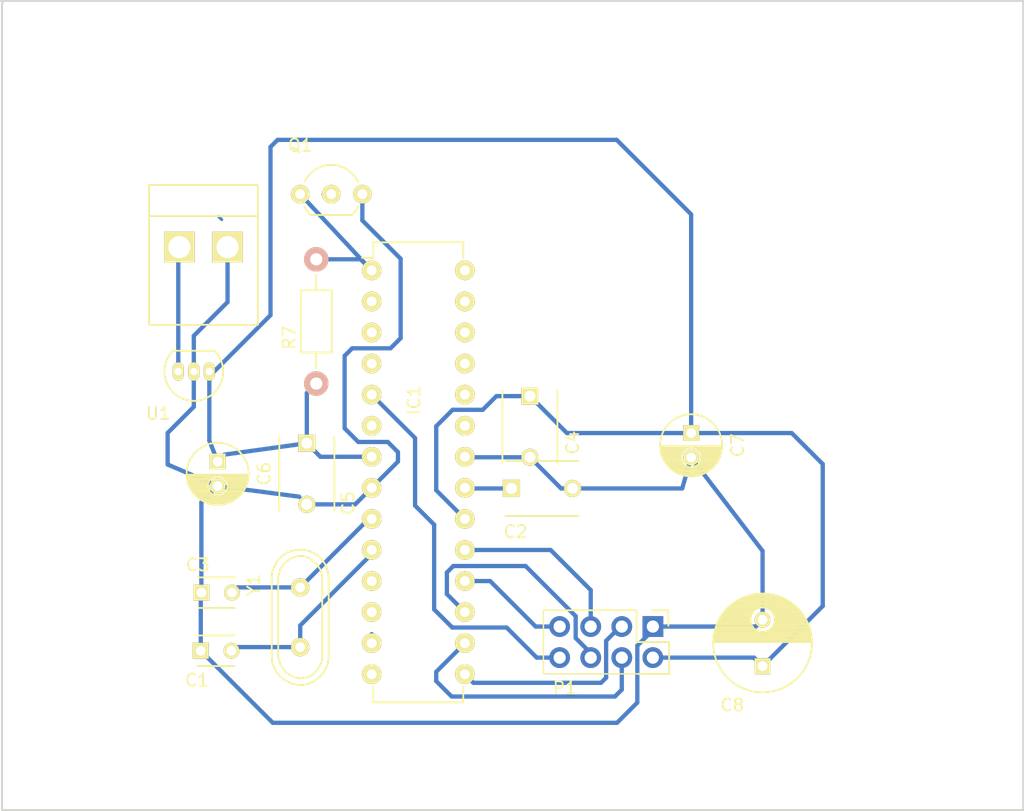
<source format=kicad_pcb>
(kicad_pcb (version 4) (host pcbnew 4.0.2+dfsg1-stable)

  (general
    (links 37)
    (no_connects 1)
    (area 84.644999 40.814999 168.365001 107.115001)
    (thickness 1.6)
    (drawings 5)
    (tracks 135)
    (zones 0)
    (modules 15)
    (nets 15)
  )

  (page A4)
  (layers
    (0 F.Cu signal)
    (31 B.Cu signal)
    (32 B.Adhes user)
    (33 F.Adhes user)
    (34 B.Paste user)
    (35 F.Paste user)
    (36 B.SilkS user)
    (37 F.SilkS user)
    (38 B.Mask user)
    (39 F.Mask user)
    (40 Dwgs.User user)
    (41 Cmts.User user)
    (42 Eco1.User user)
    (43 Eco2.User user)
    (44 Edge.Cuts user)
    (45 Margin user)
    (46 B.CrtYd user)
    (47 F.CrtYd user)
    (48 B.Fab user)
    (49 F.Fab user)
  )

  (setup
    (last_trace_width 0.25)
    (trace_clearance 0.2)
    (zone_clearance 0.508)
    (zone_45_only no)
    (trace_min 0.2)
    (segment_width 0.2)
    (edge_width 0.15)
    (via_size 0.6)
    (via_drill 0.4)
    (via_min_size 0.4)
    (via_min_drill 0.3)
    (uvia_size 0.3)
    (uvia_drill 0.1)
    (uvias_allowed no)
    (uvia_min_size 0.2)
    (uvia_min_drill 0.1)
    (pcb_text_width 0.3)
    (pcb_text_size 1.5 1.5)
    (mod_edge_width 0.15)
    (mod_text_size 1 1)
    (mod_text_width 0.15)
    (pad_size 2 2)
    (pad_drill 1)
    (pad_to_mask_clearance 0.2)
    (aux_axis_origin 0 0)
    (visible_elements FFFFFF7F)
    (pcbplotparams
      (layerselection 0x00030_80000001)
      (usegerberextensions false)
      (excludeedgelayer true)
      (linewidth 0.500000)
      (plotframeref false)
      (viasonmask false)
      (mode 1)
      (useauxorigin false)
      (hpglpennumber 1)
      (hpglpenspeed 20)
      (hpglpendiameter 15)
      (hpglpenoverlay 2)
      (psnegative false)
      (psa4output false)
      (plotreference true)
      (plotvalue true)
      (plotinvisibletext false)
      (padsonsilk false)
      (subtractmaskfromsilk false)
      (outputformat 1)
      (mirror false)
      (drillshape 0)
      (scaleselection 1)
      (outputdirectory ""))
  )

  (net 0 "")
  (net 1 +3V3)
  (net 2 RESET)
  (net 3 INT1)
  (net 4 CE)
  (net 5 CSN)
  (net 6 MOSI)
  (net 7 MISO)
  (net 8 SCK)
  (net 9 PD7)
  (net 10 "Net-(C2-Pad1)")
  (net 11 GND)
  (net 12 "Net-(P3-Pad2)")
  (net 13 XTAL2)
  (net 14 XTAL1)

  (net_class Default "This is the default net class."
    (clearance 0.2)
    (trace_width 0.25)
    (via_dia 0.6)
    (via_drill 0.4)
    (uvia_dia 0.3)
    (uvia_drill 0.1)
  )

  (net_class moje ""
    (clearance 0.2)
    (trace_width 0.35)
    (via_dia 0.6)
    (via_drill 0.4)
    (uvia_dia 0.3)
    (uvia_drill 0.1)
    (add_net +3V3)
    (add_net CE)
    (add_net CSN)
    (add_net GND)
    (add_net INT1)
    (add_net MISO)
    (add_net MOSI)
    (add_net "Net-(C2-Pad1)")
    (add_net "Net-(P3-Pad2)")
    (add_net PD7)
    (add_net RESET)
    (add_net SCK)
    (add_net XTAL1)
    (add_net XTAL2)
  )

  (module Capacitors_ThroughHole:C_Disc_D3_P2.5 (layer F.Cu) (tedit 5A51019B) (tstamp 5A4F7EFF)
    (at 101.06 94.02)
    (descr "Capacitor 3mm Disc, Pitch 2.5mm")
    (tags Capacitor)
    (path /5A4F6FEC)
    (fp_text reference C1 (at -0.31 2.4) (layer F.SilkS)
      (effects (font (size 1 1) (thickness 0.15)))
    )
    (fp_text value 22n (at 2.09 2.37) (layer F.Fab)
      (effects (font (size 1 1) (thickness 0.15)))
    )
    (fp_line (start -0.9 -1.5) (end 3.4 -1.5) (layer F.CrtYd) (width 0.05))
    (fp_line (start 3.4 -1.5) (end 3.4 1.5) (layer F.CrtYd) (width 0.05))
    (fp_line (start 3.4 1.5) (end -0.9 1.5) (layer F.CrtYd) (width 0.05))
    (fp_line (start -0.9 1.5) (end -0.9 -1.5) (layer F.CrtYd) (width 0.05))
    (fp_line (start -0.25 -1.25) (end 2.75 -1.25) (layer F.SilkS) (width 0.15))
    (fp_line (start 2.75 1.25) (end -0.25 1.25) (layer F.SilkS) (width 0.15))
    (pad 1 thru_hole rect (at 0 0) (size 1.3 1.3) (drill 0.8) (layers *.Cu *.Mask F.SilkS)
      (net 11 GND))
    (pad 2 thru_hole circle (at 2.5 0) (size 1.3 1.3) (drill 0.8001) (layers *.Cu *.Mask F.SilkS)
      (net 13 XTAL2))
    (model Capacitors_ThroughHole.3dshapes/C_Disc_D3_P2.5.wrl
      (at (xyz 0.0492126 0 0))
      (scale (xyz 1 1 1))
      (rotate (xyz 0 0 0))
    )
  )

  (module Capacitors_ThroughHole:C_Disc_D6_P5 (layer F.Cu) (tedit 5A501263) (tstamp 5A4F7F05)
    (at 126.46 80.75)
    (descr "Capacitor 6mm Disc, Pitch 5mm")
    (tags Capacitor)
    (path /5A4F7363)
    (fp_text reference C2 (at 0.33 3.54) (layer F.SilkS)
      (effects (font (size 1 1) (thickness 0.15)))
    )
    (fp_text value 100n (at 3.38 3.49) (layer F.Fab)
      (effects (font (size 1 1) (thickness 0.15)))
    )
    (fp_line (start -0.95 -2.5) (end 5.95 -2.5) (layer F.CrtYd) (width 0.05))
    (fp_line (start 5.95 -2.5) (end 5.95 2.5) (layer F.CrtYd) (width 0.05))
    (fp_line (start 5.95 2.5) (end -0.95 2.5) (layer F.CrtYd) (width 0.05))
    (fp_line (start -0.95 2.5) (end -0.95 -2.5) (layer F.CrtYd) (width 0.05))
    (fp_line (start -0.5 -2.25) (end 5.5 -2.25) (layer F.SilkS) (width 0.15))
    (fp_line (start 5.5 2.25) (end -0.5 2.25) (layer F.SilkS) (width 0.15))
    (pad 1 thru_hole rect (at 0 0) (size 1.4 1.4) (drill 0.9) (layers *.Cu *.Mask F.SilkS)
      (net 10 "Net-(C2-Pad1)"))
    (pad 2 thru_hole circle (at 5 0) (size 1.4 1.4) (drill 0.9) (layers *.Cu *.Mask F.SilkS)
      (net 11 GND))
    (model Capacitors_ThroughHole.3dshapes/C_Disc_D6_P5.wrl
      (at (xyz 0.0984252 0 0))
      (scale (xyz 1 1 1))
      (rotate (xyz 0 0 0))
    )
  )

  (module Capacitors_ThroughHole:C_Disc_D3_P2.5 (layer F.Cu) (tedit 5A510194) (tstamp 5A4F7F0B)
    (at 101.11 89.27)
    (descr "Capacitor 3mm Disc, Pitch 2.5mm")
    (tags Capacitor)
    (path /5A4F6F9F)
    (fp_text reference C3 (at -0.3 -2.27) (layer F.SilkS)
      (effects (font (size 1 1) (thickness 0.15)))
    )
    (fp_text value 22n (at 2.16 -2.32) (layer F.Fab)
      (effects (font (size 1 1) (thickness 0.15)))
    )
    (fp_line (start -0.9 -1.5) (end 3.4 -1.5) (layer F.CrtYd) (width 0.05))
    (fp_line (start 3.4 -1.5) (end 3.4 1.5) (layer F.CrtYd) (width 0.05))
    (fp_line (start 3.4 1.5) (end -0.9 1.5) (layer F.CrtYd) (width 0.05))
    (fp_line (start -0.9 1.5) (end -0.9 -1.5) (layer F.CrtYd) (width 0.05))
    (fp_line (start -0.25 -1.25) (end 2.75 -1.25) (layer F.SilkS) (width 0.15))
    (fp_line (start 2.75 1.25) (end -0.25 1.25) (layer F.SilkS) (width 0.15))
    (pad 1 thru_hole rect (at 0 0) (size 1.3 1.3) (drill 0.8) (layers *.Cu *.Mask F.SilkS)
      (net 11 GND))
    (pad 2 thru_hole circle (at 2.5 0) (size 1.3 1.3) (drill 0.8001) (layers *.Cu *.Mask F.SilkS)
      (net 14 XTAL1))
    (model Capacitors_ThroughHole.3dshapes/C_Disc_D3_P2.5.wrl
      (at (xyz 0.0492126 0 0))
      (scale (xyz 1 1 1))
      (rotate (xyz 0 0 0))
    )
  )

  (module Capacitors_ThroughHole:C_Disc_D6_P5 (layer F.Cu) (tedit 5A501256) (tstamp 5A4F7F11)
    (at 127.97 73.2 270)
    (descr "Capacitor 6mm Disc, Pitch 5mm")
    (tags Capacitor)
    (path /5A4F744F)
    (fp_text reference C4 (at 3.8 -3.49 270) (layer F.SilkS)
      (effects (font (size 1 1) (thickness 0.15)))
    )
    (fp_text value 100n (at 0.87 -3.46 270) (layer F.Fab)
      (effects (font (size 1 1) (thickness 0.15)))
    )
    (fp_line (start -0.95 -2.5) (end 5.95 -2.5) (layer F.CrtYd) (width 0.05))
    (fp_line (start 5.95 -2.5) (end 5.95 2.5) (layer F.CrtYd) (width 0.05))
    (fp_line (start 5.95 2.5) (end -0.95 2.5) (layer F.CrtYd) (width 0.05))
    (fp_line (start -0.95 2.5) (end -0.95 -2.5) (layer F.CrtYd) (width 0.05))
    (fp_line (start -0.5 -2.25) (end 5.5 -2.25) (layer F.SilkS) (width 0.15))
    (fp_line (start 5.5 2.25) (end -0.5 2.25) (layer F.SilkS) (width 0.15))
    (pad 1 thru_hole rect (at 0 0 270) (size 1.4 1.4) (drill 0.9) (layers *.Cu *.Mask F.SilkS)
      (net 1 +3V3))
    (pad 2 thru_hole circle (at 5 0 270) (size 1.4 1.4) (drill 0.9) (layers *.Cu *.Mask F.SilkS)
      (net 11 GND))
    (model Capacitors_ThroughHole.3dshapes/C_Disc_D6_P5.wrl
      (at (xyz 0.0984252 0 0))
      (scale (xyz 1 1 1))
      (rotate (xyz 0 0 0))
    )
  )

  (module Capacitors_ThroughHole:C_Disc_D6_P5 (layer F.Cu) (tedit 5A5010D2) (tstamp 5A4F7F17)
    (at 109.73 77.05 270)
    (descr "Capacitor 6mm Disc, Pitch 5mm")
    (tags Capacitor)
    (path /5A4F753A)
    (fp_text reference C5 (at 4.9 -3.37 270) (layer F.SilkS)
      (effects (font (size 1 1) (thickness 0.15)))
    )
    (fp_text value 100n (at 1.8 -3.26 270) (layer F.Fab)
      (effects (font (size 1 1) (thickness 0.15)))
    )
    (fp_line (start -0.95 -2.5) (end 5.95 -2.5) (layer F.CrtYd) (width 0.05))
    (fp_line (start 5.95 -2.5) (end 5.95 2.5) (layer F.CrtYd) (width 0.05))
    (fp_line (start 5.95 2.5) (end -0.95 2.5) (layer F.CrtYd) (width 0.05))
    (fp_line (start -0.95 2.5) (end -0.95 -2.5) (layer F.CrtYd) (width 0.05))
    (fp_line (start -0.5 -2.25) (end 5.5 -2.25) (layer F.SilkS) (width 0.15))
    (fp_line (start 5.5 2.25) (end -0.5 2.25) (layer F.SilkS) (width 0.15))
    (pad 1 thru_hole rect (at 0 0 270) (size 1.4 1.4) (drill 0.9) (layers *.Cu *.Mask F.SilkS)
      (net 1 +3V3))
    (pad 2 thru_hole circle (at 5 0 270) (size 1.4 1.4) (drill 0.9) (layers *.Cu *.Mask F.SilkS)
      (net 11 GND))
    (model Capacitors_ThroughHole.3dshapes/C_Disc_D6_P5.wrl
      (at (xyz 0.0984252 0 0))
      (scale (xyz 1 1 1))
      (rotate (xyz 0 0 0))
    )
  )

  (module Housings_DIP:DIP-28_W7.62mm (layer F.Cu) (tedit 5A50105B) (tstamp 5A4F7F49)
    (at 115.032143 62.92)
    (descr "28-lead dip package, row spacing 7.62 mm (300 mils)")
    (tags "dil dip 2.54 300")
    (path /5A50FCD4)
    (fp_text reference IC1 (at 3.457857 10.63 90) (layer F.SilkS)
      (effects (font (size 1 1) (thickness 0.15)))
    )
    (fp_text value ATMEGA328P-P (at 3.617857 4.09 90) (layer F.Fab)
      (effects (font (size 1 1) (thickness 0.15)))
    )
    (fp_line (start -1.05 -2.45) (end -1.05 35.5) (layer F.CrtYd) (width 0.05))
    (fp_line (start 8.65 -2.45) (end 8.65 35.5) (layer F.CrtYd) (width 0.05))
    (fp_line (start -1.05 -2.45) (end 8.65 -2.45) (layer F.CrtYd) (width 0.05))
    (fp_line (start -1.05 35.5) (end 8.65 35.5) (layer F.CrtYd) (width 0.05))
    (fp_line (start 0.135 -2.295) (end 0.135 -1.025) (layer F.SilkS) (width 0.15))
    (fp_line (start 7.485 -2.295) (end 7.485 -1.025) (layer F.SilkS) (width 0.15))
    (fp_line (start 7.485 35.315) (end 7.485 34.045) (layer F.SilkS) (width 0.15))
    (fp_line (start 0.135 35.315) (end 0.135 34.045) (layer F.SilkS) (width 0.15))
    (fp_line (start 0.135 -2.295) (end 7.485 -2.295) (layer F.SilkS) (width 0.15))
    (fp_line (start 0.135 35.315) (end 7.485 35.315) (layer F.SilkS) (width 0.15))
    (fp_line (start 0.135 -1.025) (end -0.8 -1.025) (layer F.SilkS) (width 0.15))
    (pad 1 thru_hole oval (at 0 0) (size 1.6 1.6) (drill 0.8) (layers *.Cu *.Mask F.SilkS)
      (net 2 RESET))
    (pad 2 thru_hole oval (at 0 2.54) (size 1.6 1.6) (drill 0.8) (layers *.Cu *.Mask F.SilkS))
    (pad 3 thru_hole oval (at 0 5.08) (size 1.6 1.6) (drill 0.8) (layers *.Cu *.Mask F.SilkS))
    (pad 4 thru_hole oval (at 0 7.62) (size 1.6 1.6) (drill 0.8) (layers *.Cu *.Mask F.SilkS))
    (pad 5 thru_hole oval (at 0 10.16) (size 1.6 1.6) (drill 0.8) (layers *.Cu *.Mask F.SilkS)
      (net 3 INT1))
    (pad 6 thru_hole oval (at 0 12.7) (size 1.6 1.6) (drill 0.8) (layers *.Cu *.Mask F.SilkS))
    (pad 7 thru_hole oval (at 0 15.24) (size 1.6 1.6) (drill 0.8) (layers *.Cu *.Mask F.SilkS)
      (net 1 +3V3))
    (pad 8 thru_hole oval (at 0 17.78) (size 1.6 1.6) (drill 0.8) (layers *.Cu *.Mask F.SilkS)
      (net 11 GND))
    (pad 9 thru_hole oval (at 0 20.32) (size 1.6 1.6) (drill 0.8) (layers *.Cu *.Mask F.SilkS)
      (net 14 XTAL1))
    (pad 10 thru_hole oval (at 0 22.86) (size 1.6 1.6) (drill 0.8) (layers *.Cu *.Mask F.SilkS)
      (net 13 XTAL2))
    (pad 11 thru_hole oval (at 0 25.4) (size 1.6 1.6) (drill 0.8) (layers *.Cu *.Mask F.SilkS))
    (pad 12 thru_hole oval (at 0 27.94) (size 1.6 1.6) (drill 0.8) (layers *.Cu *.Mask F.SilkS))
    (pad 13 thru_hole oval (at 0 30.48) (size 1.6 1.6) (drill 0.8) (layers *.Cu *.Mask F.SilkS)
      (net 9 PD7))
    (pad 14 thru_hole oval (at 0 33.02) (size 1.6 1.6) (drill 0.8) (layers *.Cu *.Mask F.SilkS))
    (pad 15 thru_hole oval (at 7.62 33.02) (size 1.6 1.6) (drill 0.8) (layers *.Cu *.Mask F.SilkS)
      (net 4 CE))
    (pad 16 thru_hole oval (at 7.62 30.48) (size 1.6 1.6) (drill 0.8) (layers *.Cu *.Mask F.SilkS)
      (net 5 CSN))
    (pad 17 thru_hole oval (at 7.62 27.94) (size 1.6 1.6) (drill 0.8) (layers *.Cu *.Mask F.SilkS)
      (net 6 MOSI))
    (pad 18 thru_hole oval (at 7.62 25.4) (size 1.6 1.6) (drill 0.8) (layers *.Cu *.Mask F.SilkS)
      (net 7 MISO))
    (pad 19 thru_hole oval (at 7.62 22.86) (size 1.6 1.6) (drill 0.8) (layers *.Cu *.Mask F.SilkS)
      (net 8 SCK))
    (pad 20 thru_hole oval (at 7.62 20.32) (size 1.6 1.6) (drill 0.8) (layers *.Cu *.Mask F.SilkS)
      (net 1 +3V3))
    (pad 21 thru_hole oval (at 7.62 17.78) (size 1.6 1.6) (drill 0.8) (layers *.Cu *.Mask F.SilkS)
      (net 10 "Net-(C2-Pad1)"))
    (pad 22 thru_hole oval (at 7.62 15.24) (size 1.6 1.6) (drill 0.8) (layers *.Cu *.Mask F.SilkS)
      (net 11 GND))
    (pad 23 thru_hole oval (at 7.62 12.7) (size 1.6 1.6) (drill 0.8) (layers *.Cu *.Mask F.SilkS))
    (pad 24 thru_hole oval (at 7.62 10.16) (size 1.6 1.6) (drill 0.8) (layers *.Cu *.Mask F.SilkS))
    (pad 25 thru_hole oval (at 7.62 7.62) (size 1.6 1.6) (drill 0.8) (layers *.Cu *.Mask F.SilkS))
    (pad 26 thru_hole oval (at 7.62 5.08) (size 1.6 1.6) (drill 0.8) (layers *.Cu *.Mask F.SilkS))
    (pad 27 thru_hole oval (at 7.62 2.54) (size 1.6 1.6) (drill 0.8) (layers *.Cu *.Mask F.SilkS))
    (pad 28 thru_hole oval (at 7.62 0) (size 1.6 1.6) (drill 0.8) (layers *.Cu *.Mask F.SilkS))
    (model Housings_DIP.3dshapes/DIP-28_W7.62mm.wrl
      (at (xyz 0 0 0))
      (scale (xyz 1 1 1))
      (rotate (xyz 0 0 0))
    )
  )

  (module Resistors_ThroughHole:Resistor_Horizontal_RM10mm (layer F.Cu) (tedit 5A501199) (tstamp 5A4F7F87)
    (at 110.5 72.175 90)
    (descr "Resistor, Axial,  RM 10mm, 1/3W")
    (tags "Resistor Axial RM 10mm 1/3W")
    (path /5A4F7297)
    (fp_text reference R7 (at 3.755 -2.21 90) (layer F.SilkS)
      (effects (font (size 1 1) (thickness 0.15)))
    )
    (fp_text value 10k (at 6.565 -2.21 90) (layer F.Fab)
      (effects (font (size 1 1) (thickness 0.15)))
    )
    (fp_line (start -1.25 -1.5) (end 11.4 -1.5) (layer F.CrtYd) (width 0.05))
    (fp_line (start -1.25 1.5) (end -1.25 -1.5) (layer F.CrtYd) (width 0.05))
    (fp_line (start 11.4 -1.5) (end 11.4 1.5) (layer F.CrtYd) (width 0.05))
    (fp_line (start -1.25 1.5) (end 11.4 1.5) (layer F.CrtYd) (width 0.05))
    (fp_line (start 2.54 -1.27) (end 7.62 -1.27) (layer F.SilkS) (width 0.15))
    (fp_line (start 7.62 -1.27) (end 7.62 1.27) (layer F.SilkS) (width 0.15))
    (fp_line (start 7.62 1.27) (end 2.54 1.27) (layer F.SilkS) (width 0.15))
    (fp_line (start 2.54 1.27) (end 2.54 -1.27) (layer F.SilkS) (width 0.15))
    (fp_line (start 2.54 0) (end 1.27 0) (layer F.SilkS) (width 0.15))
    (fp_line (start 7.62 0) (end 8.89 0) (layer F.SilkS) (width 0.15))
    (pad 1 thru_hole circle (at 0 0 90) (size 1.99898 1.99898) (drill 1.00076) (layers *.Cu *.SilkS *.Mask)
      (net 1 +3V3))
    (pad 2 thru_hole circle (at 10.16 0 90) (size 1.99898 1.99898) (drill 1.00076) (layers *.Cu *.SilkS *.Mask)
      (net 2 RESET))
    (model Resistors_ThroughHole.3dshapes/Resistor_Horizontal_RM10mm.wrl
      (at (xyz 0 0 0))
      (scale (xyz 0.4 0.4 0.4))
      (rotate (xyz 0 0 0))
    )
  )

  (module Crystals:Crystal_HC49-U_Vertical (layer F.Cu) (tedit 5A501072) (tstamp 5A4F7F8D)
    (at 109.19 91.28 270)
    (descr "Crystal, Quarz, HC49/U, vertical, stehend,")
    (tags "Crystal, Quarz, HC49/U, vertical, stehend,")
    (path /5A4F6F46)
    (fp_text reference Y1 (at -2.65 3.8 270) (layer F.SilkS)
      (effects (font (size 1 1) (thickness 0.15)))
    )
    (fp_text value 8Mhz (at 0 3.81 270) (layer F.Fab)
      (effects (font (size 1 1) (thickness 0.15)))
    )
    (fp_line (start 4.699 -1.00076) (end 4.89966 -0.59944) (layer F.SilkS) (width 0.15))
    (fp_line (start 4.89966 -0.59944) (end 5.00126 0) (layer F.SilkS) (width 0.15))
    (fp_line (start 5.00126 0) (end 4.89966 0.50038) (layer F.SilkS) (width 0.15))
    (fp_line (start 4.89966 0.50038) (end 4.50088 1.19888) (layer F.SilkS) (width 0.15))
    (fp_line (start 4.50088 1.19888) (end 3.8989 1.6002) (layer F.SilkS) (width 0.15))
    (fp_line (start 3.8989 1.6002) (end 3.29946 1.80086) (layer F.SilkS) (width 0.15))
    (fp_line (start 3.29946 1.80086) (end -3.29946 1.80086) (layer F.SilkS) (width 0.15))
    (fp_line (start -3.29946 1.80086) (end -4.0005 1.6002) (layer F.SilkS) (width 0.15))
    (fp_line (start -4.0005 1.6002) (end -4.39928 1.30048) (layer F.SilkS) (width 0.15))
    (fp_line (start -4.39928 1.30048) (end -4.8006 0.8001) (layer F.SilkS) (width 0.15))
    (fp_line (start -4.8006 0.8001) (end -5.00126 0.20066) (layer F.SilkS) (width 0.15))
    (fp_line (start -5.00126 0.20066) (end -5.00126 -0.29972) (layer F.SilkS) (width 0.15))
    (fp_line (start -5.00126 -0.29972) (end -4.8006 -0.8001) (layer F.SilkS) (width 0.15))
    (fp_line (start -4.8006 -0.8001) (end -4.30022 -1.39954) (layer F.SilkS) (width 0.15))
    (fp_line (start -4.30022 -1.39954) (end -3.79984 -1.69926) (layer F.SilkS) (width 0.15))
    (fp_line (start -3.79984 -1.69926) (end -3.29946 -1.80086) (layer F.SilkS) (width 0.15))
    (fp_line (start -3.2004 -1.80086) (end 3.40106 -1.80086) (layer F.SilkS) (width 0.15))
    (fp_line (start 3.40106 -1.80086) (end 3.79984 -1.69926) (layer F.SilkS) (width 0.15))
    (fp_line (start 3.79984 -1.69926) (end 4.30022 -1.39954) (layer F.SilkS) (width 0.15))
    (fp_line (start 4.30022 -1.39954) (end 4.8006 -0.89916) (layer F.SilkS) (width 0.15))
    (fp_line (start -3.19024 -2.32918) (end -3.64998 -2.28092) (layer F.SilkS) (width 0.15))
    (fp_line (start -3.64998 -2.28092) (end -4.04876 -2.16916) (layer F.SilkS) (width 0.15))
    (fp_line (start -4.04876 -2.16916) (end -4.48056 -1.95072) (layer F.SilkS) (width 0.15))
    (fp_line (start -4.48056 -1.95072) (end -4.77012 -1.71958) (layer F.SilkS) (width 0.15))
    (fp_line (start -4.77012 -1.71958) (end -5.10032 -1.36906) (layer F.SilkS) (width 0.15))
    (fp_line (start -5.10032 -1.36906) (end -5.38988 -0.83058) (layer F.SilkS) (width 0.15))
    (fp_line (start -5.38988 -0.83058) (end -5.51942 -0.23114) (layer F.SilkS) (width 0.15))
    (fp_line (start -5.51942 -0.23114) (end -5.51942 0.2794) (layer F.SilkS) (width 0.15))
    (fp_line (start -5.51942 0.2794) (end -5.34924 0.98044) (layer F.SilkS) (width 0.15))
    (fp_line (start -5.34924 0.98044) (end -4.95046 1.56972) (layer F.SilkS) (width 0.15))
    (fp_line (start -4.95046 1.56972) (end -4.49072 1.94056) (layer F.SilkS) (width 0.15))
    (fp_line (start -4.49072 1.94056) (end -4.06908 2.14884) (layer F.SilkS) (width 0.15))
    (fp_line (start -4.06908 2.14884) (end -3.6195 2.30886) (layer F.SilkS) (width 0.15))
    (fp_line (start -3.6195 2.30886) (end -3.18008 2.33934) (layer F.SilkS) (width 0.15))
    (fp_line (start 4.16052 2.1209) (end 4.53898 1.89992) (layer F.SilkS) (width 0.15))
    (fp_line (start 4.53898 1.89992) (end 4.85902 1.62052) (layer F.SilkS) (width 0.15))
    (fp_line (start 4.85902 1.62052) (end 5.11048 1.29032) (layer F.SilkS) (width 0.15))
    (fp_line (start 5.11048 1.29032) (end 5.4102 0.73914) (layer F.SilkS) (width 0.15))
    (fp_line (start 5.4102 0.73914) (end 5.51942 0.26924) (layer F.SilkS) (width 0.15))
    (fp_line (start 5.51942 0.26924) (end 5.53974 -0.1905) (layer F.SilkS) (width 0.15))
    (fp_line (start 5.53974 -0.1905) (end 5.45084 -0.65024) (layer F.SilkS) (width 0.15))
    (fp_line (start 5.45084 -0.65024) (end 5.26034 -1.09982) (layer F.SilkS) (width 0.15))
    (fp_line (start 5.26034 -1.09982) (end 4.89966 -1.56972) (layer F.SilkS) (width 0.15))
    (fp_line (start 4.89966 -1.56972) (end 4.54914 -1.88976) (layer F.SilkS) (width 0.15))
    (fp_line (start 4.54914 -1.88976) (end 4.16052 -2.1209) (layer F.SilkS) (width 0.15))
    (fp_line (start 4.16052 -2.1209) (end 3.73126 -2.2606) (layer F.SilkS) (width 0.15))
    (fp_line (start 3.73126 -2.2606) (end 3.2893 -2.32918) (layer F.SilkS) (width 0.15))
    (fp_line (start -3.2004 2.32918) (end 3.2512 2.32918) (layer F.SilkS) (width 0.15))
    (fp_line (start 3.2512 2.32918) (end 3.6703 2.29108) (layer F.SilkS) (width 0.15))
    (fp_line (start 3.6703 2.29108) (end 4.16052 2.1209) (layer F.SilkS) (width 0.15))
    (fp_line (start -3.2004 -2.32918) (end 3.2512 -2.32918) (layer F.SilkS) (width 0.15))
    (pad 1 thru_hole circle (at -2.44094 0 270) (size 1.50114 1.50114) (drill 0.8001) (layers *.Cu *.Mask F.SilkS)
      (net 14 XTAL1))
    (pad 2 thru_hole circle (at 2.44094 0 270) (size 1.50114 1.50114) (drill 0.8001) (layers *.Cu *.Mask F.SilkS)
      (net 13 XTAL2))
  )

  (module TO_SOT_Packages_THT:TO-92_Inline_Wide (layer F.Cu) (tedit 5A501042) (tstamp 5A4F8286)
    (at 109.19 56.69)
    (descr "TO-92 leads in-line, wide, drill 0.8mm (see NXP sot054_po.pdf)")
    (tags "to-92 sc-43 sc-43a sot54 PA33 transistor")
    (path /5A4F79A7)
    (fp_text reference Q1 (at 0 -4 180) (layer F.SilkS)
      (effects (font (size 1 1) (thickness 0.15)))
    )
    (fp_text value BC548 (at 3.86 -4.03) (layer F.Fab)
      (effects (font (size 1 1) (thickness 0.15)))
    )
    (fp_arc (start 2.54 0) (end 0.84 1.7) (angle 20.5) (layer F.SilkS) (width 0.15))
    (fp_arc (start 2.54 0) (end 4.24 1.7) (angle -20.5) (layer F.SilkS) (width 0.15))
    (fp_line (start -1 1.95) (end -1 -2.65) (layer F.CrtYd) (width 0.05))
    (fp_line (start -1 1.95) (end 6.1 1.95) (layer F.CrtYd) (width 0.05))
    (fp_line (start 0.84 1.7) (end 4.24 1.7) (layer F.SilkS) (width 0.15))
    (fp_arc (start 2.54 0) (end 2.54 -2.4) (angle -65.55604127) (layer F.SilkS) (width 0.15))
    (fp_arc (start 2.54 0) (end 2.54 -2.4) (angle 65.55604127) (layer F.SilkS) (width 0.15))
    (fp_line (start -1 -2.65) (end 6.1 -2.65) (layer F.CrtYd) (width 0.05))
    (fp_line (start 6.1 1.95) (end 6.1 -2.65) (layer F.CrtYd) (width 0.05))
    (pad 2 thru_hole circle (at 2.54 0 90) (size 1.524 1.524) (drill 0.8) (layers *.Cu *.Mask F.SilkS)
      (net 9 PD7))
    (pad 3 thru_hole circle (at 5.08 0 90) (size 1.524 1.524) (drill 0.8) (layers *.Cu *.Mask F.SilkS)
      (net 11 GND))
    (pad 1 thru_hole circle (at 0 0 90) (size 1.524 1.524) (drill 0.8) (layers *.Cu *.Mask F.SilkS)
      (net 2 RESET))
    (model TO_SOT_Packages_THT.3dshapes/TO-92_Inline_Wide.wrl
      (at (xyz 0.1 0 0))
      (scale (xyz 1 1 1))
      (rotate (xyz 0 0 -90))
    )
  )

  (module Capacitors_ThroughHole:C_Radial_D8_L13_P3.8 (layer F.Cu) (tedit 5A50C2A0) (tstamp 5A4F8D8A)
    (at 146.99 95.28 90)
    (descr "Radial Electrolytic Capacitor Diameter 8mm x Length 13mm, Pitch 3.8mm")
    (tags "Electrolytic Capacitor")
    (path /5A4F9535)
    (fp_text reference C8 (at -3.18 -2.48 180) (layer F.SilkS)
      (effects (font (size 1 1) (thickness 0.15)))
    )
    (fp_text value 470u (at -3.24 0.53 180) (layer F.Fab)
      (effects (font (size 1 1) (thickness 0.15)))
    )
    (fp_line (start 1.975 -3.999) (end 1.975 3.999) (layer F.SilkS) (width 0.15))
    (fp_line (start 2.115 -3.994) (end 2.115 3.994) (layer F.SilkS) (width 0.15))
    (fp_line (start 2.255 -3.984) (end 2.255 3.984) (layer F.SilkS) (width 0.15))
    (fp_line (start 2.395 -3.969) (end 2.395 3.969) (layer F.SilkS) (width 0.15))
    (fp_line (start 2.535 -3.949) (end 2.535 3.949) (layer F.SilkS) (width 0.15))
    (fp_line (start 2.675 -3.924) (end 2.675 3.924) (layer F.SilkS) (width 0.15))
    (fp_line (start 2.815 -3.894) (end 2.815 -0.173) (layer F.SilkS) (width 0.15))
    (fp_line (start 2.815 0.173) (end 2.815 3.894) (layer F.SilkS) (width 0.15))
    (fp_line (start 2.955 -3.858) (end 2.955 -0.535) (layer F.SilkS) (width 0.15))
    (fp_line (start 2.955 0.535) (end 2.955 3.858) (layer F.SilkS) (width 0.15))
    (fp_line (start 3.095 -3.817) (end 3.095 -0.709) (layer F.SilkS) (width 0.15))
    (fp_line (start 3.095 0.709) (end 3.095 3.817) (layer F.SilkS) (width 0.15))
    (fp_line (start 3.235 -3.771) (end 3.235 -0.825) (layer F.SilkS) (width 0.15))
    (fp_line (start 3.235 0.825) (end 3.235 3.771) (layer F.SilkS) (width 0.15))
    (fp_line (start 3.375 -3.718) (end 3.375 -0.905) (layer F.SilkS) (width 0.15))
    (fp_line (start 3.375 0.905) (end 3.375 3.718) (layer F.SilkS) (width 0.15))
    (fp_line (start 3.515 -3.659) (end 3.515 -0.959) (layer F.SilkS) (width 0.15))
    (fp_line (start 3.515 0.959) (end 3.515 3.659) (layer F.SilkS) (width 0.15))
    (fp_line (start 3.655 -3.594) (end 3.655 -0.989) (layer F.SilkS) (width 0.15))
    (fp_line (start 3.655 0.989) (end 3.655 3.594) (layer F.SilkS) (width 0.15))
    (fp_line (start 3.795 -3.523) (end 3.795 -1) (layer F.SilkS) (width 0.15))
    (fp_line (start 3.795 1) (end 3.795 3.523) (layer F.SilkS) (width 0.15))
    (fp_line (start 3.935 -3.444) (end 3.935 -0.991) (layer F.SilkS) (width 0.15))
    (fp_line (start 3.935 0.991) (end 3.935 3.444) (layer F.SilkS) (width 0.15))
    (fp_line (start 4.075 -3.357) (end 4.075 -0.961) (layer F.SilkS) (width 0.15))
    (fp_line (start 4.075 0.961) (end 4.075 3.357) (layer F.SilkS) (width 0.15))
    (fp_line (start 4.215 -3.262) (end 4.215 -0.91) (layer F.SilkS) (width 0.15))
    (fp_line (start 4.215 0.91) (end 4.215 3.262) (layer F.SilkS) (width 0.15))
    (fp_line (start 4.355 -3.158) (end 4.355 -0.832) (layer F.SilkS) (width 0.15))
    (fp_line (start 4.355 0.832) (end 4.355 3.158) (layer F.SilkS) (width 0.15))
    (fp_line (start 4.495 -3.044) (end 4.495 -0.719) (layer F.SilkS) (width 0.15))
    (fp_line (start 4.495 0.719) (end 4.495 3.044) (layer F.SilkS) (width 0.15))
    (fp_line (start 4.635 -2.919) (end 4.635 -0.55) (layer F.SilkS) (width 0.15))
    (fp_line (start 4.635 0.55) (end 4.635 2.919) (layer F.SilkS) (width 0.15))
    (fp_line (start 4.775 -2.781) (end 4.775 -0.222) (layer F.SilkS) (width 0.15))
    (fp_line (start 4.775 0.222) (end 4.775 2.781) (layer F.SilkS) (width 0.15))
    (fp_line (start 4.915 -2.629) (end 4.915 2.629) (layer F.SilkS) (width 0.15))
    (fp_line (start 5.055 -2.459) (end 5.055 2.459) (layer F.SilkS) (width 0.15))
    (fp_line (start 5.195 -2.268) (end 5.195 2.268) (layer F.SilkS) (width 0.15))
    (fp_line (start 5.335 -2.05) (end 5.335 2.05) (layer F.SilkS) (width 0.15))
    (fp_line (start 5.475 -1.794) (end 5.475 1.794) (layer F.SilkS) (width 0.15))
    (fp_line (start 5.615 -1.483) (end 5.615 1.483) (layer F.SilkS) (width 0.15))
    (fp_line (start 5.755 -1.067) (end 5.755 1.067) (layer F.SilkS) (width 0.15))
    (fp_line (start 5.895 -0.2) (end 5.895 0.2) (layer F.SilkS) (width 0.15))
    (fp_circle (center 3.8 0) (end 3.8 -1) (layer F.SilkS) (width 0.15))
    (fp_circle (center 1.9 0) (end 1.9 -4.0375) (layer F.SilkS) (width 0.15))
    (fp_circle (center 1.9 0) (end 1.9 -4.3) (layer F.CrtYd) (width 0.05))
    (pad 1 thru_hole rect (at 0 0 90) (size 1.3 1.3) (drill 0.8) (layers *.Cu *.Mask F.SilkS)
      (net 1 +3V3))
    (pad 2 thru_hole circle (at 3.8 0 90) (size 1.3 1.3) (drill 0.8) (layers *.Cu *.Mask F.SilkS)
      (net 11 GND))
    (model Capacitors_ThroughHole.3dshapes/C_Radial_D8_L13_P3.8.wrl
      (at (xyz 0.0748031 0 0))
      (scale (xyz 1 1 1))
      (rotate (xyz 0 0 90))
    )
  )

  (module TO_SOT_Packages_THT:TO-92_Inline_Narrow_Oval (layer F.Cu) (tedit 5A501177) (tstamp 5A4FA85A)
    (at 101.76 71.19 180)
    (descr "TO-92 leads in-line, narrow, oval pads, drill 0.6mm (see NXP sot054_po.pdf)")
    (tags "to-92 sc-43 sc-43a sot54 PA33 transistor")
    (path /5A4FEC87)
    (fp_text reference U1 (at 4.18 -3.43 360) (layer F.SilkS)
      (effects (font (size 1 1) (thickness 0.15)))
    )
    (fp_text value LM2931AZ-3.3/5.0 (at -2.34 -3.49 360) (layer F.Fab)
      (effects (font (size 1 1) (thickness 0.15)))
    )
    (fp_line (start -1.4 1.95) (end -1.4 -2.65) (layer F.CrtYd) (width 0.05))
    (fp_line (start -1.4 1.95) (end 3.95 1.95) (layer F.CrtYd) (width 0.05))
    (fp_line (start -0.43 1.7) (end 2.97 1.7) (layer F.SilkS) (width 0.15))
    (fp_arc (start 1.27 0) (end 1.27 -2.4) (angle -135) (layer F.SilkS) (width 0.15))
    (fp_arc (start 1.27 0) (end 1.27 -2.4) (angle 135) (layer F.SilkS) (width 0.15))
    (fp_line (start -1.4 -2.65) (end 3.95 -2.65) (layer F.CrtYd) (width 0.05))
    (fp_line (start 3.95 1.95) (end 3.95 -2.65) (layer F.CrtYd) (width 0.05))
    (pad 2 thru_hole oval (at 1.27 0) (size 0.89916 1.50114) (drill 0.6) (layers *.Cu *.Mask F.SilkS)
      (net 11 GND))
    (pad 3 thru_hole oval (at 2.54 0) (size 0.89916 1.50114) (drill 0.6) (layers *.Cu *.Mask F.SilkS)
      (net 12 "Net-(P3-Pad2)"))
    (pad 1 thru_hole oval (at 0 0) (size 0.89916 1.50114) (drill 0.6) (layers *.Cu *.Mask F.SilkS)
      (net 1 +3V3))
    (model TO_SOT_Packages_THT.3dshapes/TO-92_Inline_Narrow_Oval.wrl
      (at (xyz 0.05 0 0))
      (scale (xyz 1 1 1))
      (rotate (xyz 0 0 -90))
    )
  )

  (module Connect:GTK2400-V2 (layer F.Cu) (tedit 5A501013) (tstamp 5A4FAA36)
    (at 101.28 61.02 180)
    (path /5A50002A)
    (fp_text reference P3 (at -6.35 0 270) (layer F.SilkS) hide
      (effects (font (size 1 1) (thickness 0.15)))
    )
    (fp_text value CONN_01X02 (at 0 7.62 180) (layer F.Fab) hide
      (effects (font (size 1 1) (thickness 0.15)))
    )
    (fp_line (start -4.445 2.54) (end 4.445 2.54) (layer F.SilkS) (width 0.15))
    (fp_line (start -4.445 0) (end -4.445 -5.715) (layer F.SilkS) (width 0.15))
    (fp_line (start -4.445 -5.715) (end -4.445 -6.35) (layer F.SilkS) (width 0.15))
    (fp_line (start -4.445 -6.35) (end 4.445 -6.35) (layer F.SilkS) (width 0.15))
    (fp_line (start 4.445 -6.35) (end 4.445 0) (layer F.SilkS) (width 0.15))
    (fp_line (start 4.445 0) (end 4.445 5.08) (layer F.SilkS) (width 0.15))
    (fp_line (start 4.445 5.08) (end -4.445 5.08) (layer F.SilkS) (width 0.15))
    (fp_line (start -4.445 5.08) (end -4.445 0) (layer F.SilkS) (width 0.15))
    (pad 2 thru_hole rect (at 1.9685 0 180) (size 2.49936 2.49936) (drill 1.80086) (layers *.Cu *.Mask F.SilkS)
      (net 12 "Net-(P3-Pad2)"))
    (pad 1 thru_hole rect (at -1.9685 0 180) (size 2.49936 2.49936) (drill 1.80086) (layers *.Cu *.Mask F.SilkS)
      (net 11 GND))
  )

  (module nrf24-connector:Socket_Strip_Straight_2x04_Pitch2.54mm (layer F.Cu) (tedit 5A50C2E9) (tstamp 5A5079C5)
    (at 138.02 94.58 270)
    (descr "Through hole straight socket strip, 2x04, 2.54mm pitch, double rows")
    (tags "Through hole socket strip THT 2x04 2.54mm double row")
    (path /5A4F78C1)
    (fp_text reference P1 (at 2.48 7.2 360) (layer F.SilkS)
      (effects (font (size 1 1) (thickness 0.15)))
    )
    (fp_text value nRF24L01 (at 2.54 1.84 360) (layer F.Fab)
      (effects (font (size 1 1) (thickness 0.15)))
    )
    (fp_line (start -3.8735 0.0635) (end -3.8735 -1.27) (layer F.SilkS) (width 0.15))
    (fp_line (start -3.8735 -1.27) (end -2.6035 -1.27) (layer F.SilkS) (width 0.15))
    (fp_line (start -3.8735 8.9535) (end -3.8735 1.3335) (layer F.SilkS) (width 0.15))
    (fp_line (start -3.8735 1.3335) (end -1.27 1.3335) (layer F.SilkS) (width 0.15))
    (fp_line (start -1.27 1.3335) (end -1.27 -1.3335) (layer F.SilkS) (width 0.15))
    (fp_line (start -1.27 -1.3335) (end 1.3335 -1.3335) (layer F.SilkS) (width 0.15))
    (fp_line (start 1.3335 -1.3335) (end 1.3335 1.2065) (layer F.SilkS) (width 0.15))
    (fp_line (start -3.81 -1.27) (end -3.81 8.89) (layer F.Fab) (width 0.1))
    (fp_line (start -3.81 8.89) (end 1.27 8.89) (layer F.Fab) (width 0.1))
    (fp_line (start 1.27 8.89) (end 1.27 -1.27) (layer F.Fab) (width 0.1))
    (fp_line (start 1.27 -1.27) (end -3.81 -1.27) (layer F.Fab) (width 0.1))
    (fp_line (start 1.33 1.27) (end 1.33 8.95) (layer F.SilkS) (width 0.12))
    (fp_line (start 1.33 8.95) (end -3.87 8.95) (layer F.SilkS) (width 0.12))
    (fp_line (start -1.27 -1.33) (end -1.27 1.27) (layer F.SilkS) (width 0.12))
    (fp_line (start -4.35 -1.8) (end -4.35 9.4) (layer F.CrtYd) (width 0.05))
    (fp_line (start -4.35 9.4) (end 1.8 9.4) (layer F.CrtYd) (width 0.05))
    (fp_line (start 1.8 9.4) (end 1.8 -1.8) (layer F.CrtYd) (width 0.05))
    (fp_line (start 1.8 -1.8) (end -4.35 -1.8) (layer F.CrtYd) (width 0.05))
    (fp_text user %R (at 3.61 9.66 270) (layer F.Fab) hide
      (effects (font (size 1 1) (thickness 0.15)))
    )
    (pad 1 thru_hole rect (at -2.54 0 270) (size 1.7 1.7) (drill 1) (layers *.Cu *.Mask)
      (net 11 GND))
    (pad 2 thru_hole oval (at 0 0 270) (size 1.7 1.7) (drill 1) (layers *.Cu *.Mask)
      (net 1 +3V3))
    (pad 4 thru_hole oval (at 0 2.54 270) (size 1.7 1.7) (drill 1) (layers *.Cu *.Mask)
      (net 5 CSN))
    (pad 3 thru_hole oval (at -2.54 2.54 270) (size 1.7 1.7) (drill 1) (layers *.Cu *.Mask)
      (net 4 CE))
    (pad 6 thru_hole oval (at 0 5.08 270) (size 1.7 1.7) (drill 1) (layers *.Cu *.Mask)
      (net 6 MOSI))
    (pad 5 thru_hole oval (at -2.54 5.08 270) (size 1.7 1.7) (drill 1) (layers *.Cu *.Mask)
      (net 8 SCK))
    (pad 8 thru_hole oval (at 0 7.62 270) (size 1.7 1.7) (drill 1) (layers *.Cu *.Mask)
      (net 3 INT1))
    (pad 7 thru_hole oval (at -2.54 7.62 270) (size 1.7 1.7) (drill 1) (layers *.Cu *.Mask)
      (net 7 MISO))
    (model ${KISYS3DMOD}/Socket_Strips.3dshapes/Socket_Strip_Straight_2x04_Pitch2.54mm.wrl
      (at (xyz -0.05 -0.15 0))
      (scale (xyz 1 1 1))
      (rotate (xyz 0 0 270))
    )
  )

  (module Capacitors_ThroughHole:C_Radial_D5_L11_P2 (layer F.Cu) (tedit 0) (tstamp 5A50C78B)
    (at 102.44 78.55 270)
    (descr "Radial Electrolytic Capacitor 5mm x Length 11mm, Pitch 2mm")
    (tags "Electrolytic Capacitor")
    (path /5A4F749C)
    (fp_text reference C6 (at 1 -3.8 270) (layer F.SilkS)
      (effects (font (size 1 1) (thickness 0.15)))
    )
    (fp_text value 10u (at 1 3.8 270) (layer F.Fab)
      (effects (font (size 1 1) (thickness 0.15)))
    )
    (fp_line (start 1.075 -2.499) (end 1.075 2.499) (layer F.SilkS) (width 0.15))
    (fp_line (start 1.215 -2.491) (end 1.215 -0.154) (layer F.SilkS) (width 0.15))
    (fp_line (start 1.215 0.154) (end 1.215 2.491) (layer F.SilkS) (width 0.15))
    (fp_line (start 1.355 -2.475) (end 1.355 -0.473) (layer F.SilkS) (width 0.15))
    (fp_line (start 1.355 0.473) (end 1.355 2.475) (layer F.SilkS) (width 0.15))
    (fp_line (start 1.495 -2.451) (end 1.495 -0.62) (layer F.SilkS) (width 0.15))
    (fp_line (start 1.495 0.62) (end 1.495 2.451) (layer F.SilkS) (width 0.15))
    (fp_line (start 1.635 -2.418) (end 1.635 -0.712) (layer F.SilkS) (width 0.15))
    (fp_line (start 1.635 0.712) (end 1.635 2.418) (layer F.SilkS) (width 0.15))
    (fp_line (start 1.775 -2.377) (end 1.775 -0.768) (layer F.SilkS) (width 0.15))
    (fp_line (start 1.775 0.768) (end 1.775 2.377) (layer F.SilkS) (width 0.15))
    (fp_line (start 1.915 -2.327) (end 1.915 -0.795) (layer F.SilkS) (width 0.15))
    (fp_line (start 1.915 0.795) (end 1.915 2.327) (layer F.SilkS) (width 0.15))
    (fp_line (start 2.055 -2.266) (end 2.055 -0.798) (layer F.SilkS) (width 0.15))
    (fp_line (start 2.055 0.798) (end 2.055 2.266) (layer F.SilkS) (width 0.15))
    (fp_line (start 2.195 -2.196) (end 2.195 -0.776) (layer F.SilkS) (width 0.15))
    (fp_line (start 2.195 0.776) (end 2.195 2.196) (layer F.SilkS) (width 0.15))
    (fp_line (start 2.335 -2.114) (end 2.335 -0.726) (layer F.SilkS) (width 0.15))
    (fp_line (start 2.335 0.726) (end 2.335 2.114) (layer F.SilkS) (width 0.15))
    (fp_line (start 2.475 -2.019) (end 2.475 -0.644) (layer F.SilkS) (width 0.15))
    (fp_line (start 2.475 0.644) (end 2.475 2.019) (layer F.SilkS) (width 0.15))
    (fp_line (start 2.615 -1.908) (end 2.615 -0.512) (layer F.SilkS) (width 0.15))
    (fp_line (start 2.615 0.512) (end 2.615 1.908) (layer F.SilkS) (width 0.15))
    (fp_line (start 2.755 -1.78) (end 2.755 -0.265) (layer F.SilkS) (width 0.15))
    (fp_line (start 2.755 0.265) (end 2.755 1.78) (layer F.SilkS) (width 0.15))
    (fp_line (start 2.895 -1.631) (end 2.895 1.631) (layer F.SilkS) (width 0.15))
    (fp_line (start 3.035 -1.452) (end 3.035 1.452) (layer F.SilkS) (width 0.15))
    (fp_line (start 3.175 -1.233) (end 3.175 1.233) (layer F.SilkS) (width 0.15))
    (fp_line (start 3.315 -0.944) (end 3.315 0.944) (layer F.SilkS) (width 0.15))
    (fp_line (start 3.455 -0.472) (end 3.455 0.472) (layer F.SilkS) (width 0.15))
    (fp_circle (center 2 0) (end 2 -0.8) (layer F.SilkS) (width 0.15))
    (fp_circle (center 1 0) (end 1 -2.5375) (layer F.SilkS) (width 0.15))
    (fp_circle (center 1 0) (end 1 -2.8) (layer F.CrtYd) (width 0.05))
    (pad 1 thru_hole rect (at 0 0 270) (size 1.3 1.3) (drill 0.8) (layers *.Cu *.Mask F.SilkS)
      (net 1 +3V3))
    (pad 2 thru_hole circle (at 2 0 270) (size 1.3 1.3) (drill 0.8) (layers *.Cu *.Mask F.SilkS)
      (net 11 GND))
    (model Capacitors_ThroughHole.3dshapes/C_Radial_D5_L11_P2.wrl
      (at (xyz 0 0 0))
      (scale (xyz 1 1 1))
      (rotate (xyz 0 0 0))
    )
  )

  (module Capacitors_ThroughHole:C_Radial_D5_L11_P2 (layer F.Cu) (tedit 0) (tstamp 5A50C790)
    (at 141.15 76.22 270)
    (descr "Radial Electrolytic Capacitor 5mm x Length 11mm, Pitch 2mm")
    (tags "Electrolytic Capacitor")
    (path /5A4F74CD)
    (fp_text reference C7 (at 1 -3.8 270) (layer F.SilkS)
      (effects (font (size 1 1) (thickness 0.15)))
    )
    (fp_text value 10u (at 1 3.8 270) (layer F.Fab)
      (effects (font (size 1 1) (thickness 0.15)))
    )
    (fp_line (start 1.075 -2.499) (end 1.075 2.499) (layer F.SilkS) (width 0.15))
    (fp_line (start 1.215 -2.491) (end 1.215 -0.154) (layer F.SilkS) (width 0.15))
    (fp_line (start 1.215 0.154) (end 1.215 2.491) (layer F.SilkS) (width 0.15))
    (fp_line (start 1.355 -2.475) (end 1.355 -0.473) (layer F.SilkS) (width 0.15))
    (fp_line (start 1.355 0.473) (end 1.355 2.475) (layer F.SilkS) (width 0.15))
    (fp_line (start 1.495 -2.451) (end 1.495 -0.62) (layer F.SilkS) (width 0.15))
    (fp_line (start 1.495 0.62) (end 1.495 2.451) (layer F.SilkS) (width 0.15))
    (fp_line (start 1.635 -2.418) (end 1.635 -0.712) (layer F.SilkS) (width 0.15))
    (fp_line (start 1.635 0.712) (end 1.635 2.418) (layer F.SilkS) (width 0.15))
    (fp_line (start 1.775 -2.377) (end 1.775 -0.768) (layer F.SilkS) (width 0.15))
    (fp_line (start 1.775 0.768) (end 1.775 2.377) (layer F.SilkS) (width 0.15))
    (fp_line (start 1.915 -2.327) (end 1.915 -0.795) (layer F.SilkS) (width 0.15))
    (fp_line (start 1.915 0.795) (end 1.915 2.327) (layer F.SilkS) (width 0.15))
    (fp_line (start 2.055 -2.266) (end 2.055 -0.798) (layer F.SilkS) (width 0.15))
    (fp_line (start 2.055 0.798) (end 2.055 2.266) (layer F.SilkS) (width 0.15))
    (fp_line (start 2.195 -2.196) (end 2.195 -0.776) (layer F.SilkS) (width 0.15))
    (fp_line (start 2.195 0.776) (end 2.195 2.196) (layer F.SilkS) (width 0.15))
    (fp_line (start 2.335 -2.114) (end 2.335 -0.726) (layer F.SilkS) (width 0.15))
    (fp_line (start 2.335 0.726) (end 2.335 2.114) (layer F.SilkS) (width 0.15))
    (fp_line (start 2.475 -2.019) (end 2.475 -0.644) (layer F.SilkS) (width 0.15))
    (fp_line (start 2.475 0.644) (end 2.475 2.019) (layer F.SilkS) (width 0.15))
    (fp_line (start 2.615 -1.908) (end 2.615 -0.512) (layer F.SilkS) (width 0.15))
    (fp_line (start 2.615 0.512) (end 2.615 1.908) (layer F.SilkS) (width 0.15))
    (fp_line (start 2.755 -1.78) (end 2.755 -0.265) (layer F.SilkS) (width 0.15))
    (fp_line (start 2.755 0.265) (end 2.755 1.78) (layer F.SilkS) (width 0.15))
    (fp_line (start 2.895 -1.631) (end 2.895 1.631) (layer F.SilkS) (width 0.15))
    (fp_line (start 3.035 -1.452) (end 3.035 1.452) (layer F.SilkS) (width 0.15))
    (fp_line (start 3.175 -1.233) (end 3.175 1.233) (layer F.SilkS) (width 0.15))
    (fp_line (start 3.315 -0.944) (end 3.315 0.944) (layer F.SilkS) (width 0.15))
    (fp_line (start 3.455 -0.472) (end 3.455 0.472) (layer F.SilkS) (width 0.15))
    (fp_circle (center 2 0) (end 2 -0.8) (layer F.SilkS) (width 0.15))
    (fp_circle (center 1 0) (end 1 -2.5375) (layer F.SilkS) (width 0.15))
    (fp_circle (center 1 0) (end 1 -2.8) (layer F.CrtYd) (width 0.05))
    (pad 1 thru_hole rect (at 0 0 270) (size 1.3 1.3) (drill 0.8) (layers *.Cu *.Mask F.SilkS)
      (net 1 +3V3))
    (pad 2 thru_hole circle (at 2 0 270) (size 1.3 1.3) (drill 0.8) (layers *.Cu *.Mask F.SilkS)
      (net 11 GND))
    (model Capacitors_ThroughHole.3dshapes/C_Radial_D5_L11_P2.wrl
      (at (xyz 0 0 0))
      (scale (xyz 1 1 1))
      (rotate (xyz 0 0 0))
    )
  )

  (gr_line (start 84.81 41.07) (end 84.9 41.07) (angle 90) (layer Edge.Cuts) (width 0.15))
  (gr_line (start 84.81 107.04) (end 84.81 41.07) (angle 90) (layer Edge.Cuts) (width 0.15))
  (gr_line (start 168.29 107.04) (end 84.81 107.04) (angle 90) (layer Edge.Cuts) (width 0.15))
  (gr_line (start 168.29 40.89) (end 168.29 107.04) (angle 90) (layer Edge.Cuts) (width 0.15))
  (gr_line (start 84.72 40.89) (end 168.29 40.89) (angle 90) (layer Edge.Cuts) (width 0.15))

  (segment (start 102.77 58.7715) (end 102.5085 58.51) (width 0.25) (layer B.Cu) (net 0) (tstamp 5A4FAB19))
  (segment (start 127.97 73.2) (end 125.23 73.2) (width 0.35) (layer B.Cu) (net 1) (status 400000))
  (segment (start 120.31 80.897857) (end 122.652143 83.24) (width 0.35) (layer B.Cu) (net 1) (tstamp 5A51032D) (status 800000))
  (segment (start 120.31 75.66) (end 120.31 80.897857) (width 0.35) (layer B.Cu) (net 1) (tstamp 5A510329))
  (segment (start 121.65 74.32) (end 120.31 75.66) (width 0.35) (layer B.Cu) (net 1) (tstamp 5A510327))
  (segment (start 124.11 74.32) (end 121.65 74.32) (width 0.35) (layer B.Cu) (net 1) (tstamp 5A510325))
  (segment (start 125.23 73.2) (end 124.11 74.32) (width 0.35) (layer B.Cu) (net 1) (tstamp 5A510321))
  (segment (start 101.76 71.19) (end 102.15 71.19) (width 0.35) (layer B.Cu) (net 1) (status C00000))
  (segment (start 102.15 71.19) (end 106.76 66.58) (width 0.35) (layer B.Cu) (net 1) (tstamp 5A510306) (status 400000))
  (segment (start 141.15 58.34) (end 141.15 76.22) (width 0.35) (layer B.Cu) (net 1) (tstamp 5A510313) (status 800000))
  (segment (start 135.06 52.25) (end 141.15 58.34) (width 0.35) (layer B.Cu) (net 1) (tstamp 5A51030E))
  (segment (start 107.34 52.25) (end 135.06 52.25) (width 0.35) (layer B.Cu) (net 1) (tstamp 5A51030C))
  (segment (start 106.76 52.83) (end 107.34 52.25) (width 0.35) (layer B.Cu) (net 1) (tstamp 5A51030B))
  (segment (start 106.76 66.58) (end 106.76 52.83) (width 0.35) (layer B.Cu) (net 1) (tstamp 5A510308))
  (segment (start 141.15 76.22) (end 149.37 76.22) (width 0.35) (layer B.Cu) (net 1) (status 400000))
  (segment (start 151.91 90.36) (end 146.99 95.28) (width 0.35) (layer B.Cu) (net 1) (tstamp 5A5102F1) (status 800000))
  (segment (start 151.91 78.76) (end 151.91 90.36) (width 0.35) (layer B.Cu) (net 1) (tstamp 5A5102EF))
  (segment (start 149.37 76.22) (end 151.91 78.76) (width 0.35) (layer B.Cu) (net 1) (tstamp 5A5102ED))
  (segment (start 138.02 94.58) (end 146.29 94.58) (width 0.35) (layer B.Cu) (net 1))
  (segment (start 146.29 94.58) (end 146.99 95.28) (width 0.35) (layer B.Cu) (net 1) (tstamp 5A50C266))
  (segment (start 141.15 76.22) (end 130.99 76.22) (width 0.35) (layer B.Cu) (net 1))
  (segment (start 130.99 76.22) (end 127.97 73.2) (width 0.35) (layer B.Cu) (net 1) (tstamp 5A4FAE07))
  (segment (start 109.73 77.05) (end 109.73 72.945) (width 0.35) (layer B.Cu) (net 1))
  (segment (start 109.73 72.945) (end 110.5 72.175) (width 0.35) (layer B.Cu) (net 1) (tstamp 5A4FABED))
  (segment (start 101.76 71.19) (end 101.76 76.84) (width 0.35) (layer B.Cu) (net 1))
  (segment (start 101.76 76.84) (end 102.44 78.55) (width 0.35) (layer B.Cu) (net 1) (tstamp 5A4FABAE) (status 20))
  (segment (start 109.73 77.05) (end 103.01 77.98) (width 0.35) (layer B.Cu) (net 1) (status 20))
  (segment (start 103.01 77.98) (end 102.44 78.55) (width 0.35) (layer B.Cu) (net 1) (tstamp 5A4FAB08) (status 30))
  (segment (start 115.032143 78.16) (end 110.84 78.16) (width 0.35) (layer B.Cu) (net 1))
  (segment (start 110.84 78.16) (end 109.73 77.05) (width 0.35) (layer B.Cu) (net 1) (tstamp 5A4FAB05))
  (segment (start 102.61 78.38) (end 102.44 78.55) (width 0.25) (layer B.Cu) (net 1) (tstamp 5A4FA103) (status 30))
  (segment (start 110.5 62.015) (end 114.127143 62.015) (width 0.35) (layer B.Cu) (net 2))
  (segment (start 114.127143 62.015) (end 115.032143 62.92) (width 0.35) (layer B.Cu) (net 2) (tstamp 5A510136))
  (segment (start 109.19 56.69) (end 114.76 62.647857) (width 0.35) (layer B.Cu) (net 2) (status 10))
  (segment (start 130.4 94.58) (end 128.53 94.58) (width 0.35) (layer B.Cu) (net 3))
  (segment (start 118.58 76.627857) (end 115.032143 73.08) (width 0.35) (layer B.Cu) (net 3) (tstamp 5A50C2D8))
  (segment (start 118.58 82.15) (end 118.58 76.627857) (width 0.35) (layer B.Cu) (net 3) (tstamp 5A50C2D6))
  (segment (start 120.14 83.71) (end 118.58 82.15) (width 0.35) (layer B.Cu) (net 3) (tstamp 5A50C2D4))
  (segment (start 120.14 90.64) (end 120.14 83.71) (width 0.35) (layer B.Cu) (net 3) (tstamp 5A50C2D2))
  (segment (start 121.62 92.12) (end 120.14 90.64) (width 0.35) (layer B.Cu) (net 3) (tstamp 5A50C2D1))
  (segment (start 126.07 92.12) (end 121.62 92.12) (width 0.35) (layer B.Cu) (net 3) (tstamp 5A50C2CF))
  (segment (start 128.53 94.58) (end 126.07 92.12) (width 0.35) (layer B.Cu) (net 3) (tstamp 5A50C2CD))
  (segment (start 130.4 94.58) (end 130.2 94.58) (width 0.35) (layer B.Cu) (net 3))
  (segment (start 135.48 92.04) (end 135.36 92.04) (width 0.35) (layer B.Cu) (net 4))
  (segment (start 135.36 92.04) (end 134.2 93.2) (width 0.35) (layer B.Cu) (net 4) (tstamp 5A50C2E3))
  (segment (start 134.2 93.2) (end 134.2 96.22) (width 0.35) (layer B.Cu) (net 4) (tstamp 5A50C2E4))
  (segment (start 134.2 96.22) (end 133.78 96.64) (width 0.35) (layer B.Cu) (net 4) (tstamp 5A50C2E5))
  (segment (start 133.78 96.64) (end 123.352143 96.64) (width 0.35) (layer B.Cu) (net 4) (tstamp 5A50C2E6))
  (segment (start 123.352143 96.64) (end 122.652143 95.94) (width 0.35) (layer B.Cu) (net 4) (tstamp 5A50C2E7))
  (segment (start 135.48 94.58) (end 135.48 97.2) (width 0.35) (layer B.Cu) (net 5))
  (segment (start 120.31 95.742143) (end 122.652143 93.4) (width 0.35) (layer B.Cu) (net 5) (tstamp 5A50C2E0))
  (segment (start 120.31 96.5) (end 120.31 95.742143) (width 0.35) (layer B.Cu) (net 5) (tstamp 5A50C2DF))
  (segment (start 121.57 97.76) (end 120.31 96.5) (width 0.35) (layer B.Cu) (net 5) (tstamp 5A50C2DE))
  (segment (start 134.92 97.76) (end 121.57 97.76) (width 0.35) (layer B.Cu) (net 5) (tstamp 5A50C2DD))
  (segment (start 135.48 97.2) (end 134.92 97.76) (width 0.35) (layer B.Cu) (net 5) (tstamp 5A50C2DC))
  (segment (start 122.652143 93.4) (end 122.38 93.4) (width 0.25) (layer B.Cu) (net 5))
  (segment (start 132.94 94.58) (end 132.94 94.21) (width 0.35) (layer B.Cu) (net 6))
  (segment (start 132.94 94.21) (end 131.71 92.98) (width 0.35) (layer B.Cu) (net 6) (tstamp 5A50C2BB))
  (segment (start 121.18 89.387857) (end 122.652143 90.86) (width 0.35) (layer B.Cu) (net 6) (tstamp 5A50C2C3))
  (segment (start 121.18 87.62) (end 121.18 89.387857) (width 0.35) (layer B.Cu) (net 6) (tstamp 5A50C2C2))
  (segment (start 121.71 87.09) (end 121.18 87.62) (width 0.35) (layer B.Cu) (net 6) (tstamp 5A50C2C1))
  (segment (start 127.61 87.09) (end 121.71 87.09) (width 0.35) (layer B.Cu) (net 6) (tstamp 5A50C2BF))
  (segment (start 131.71 91.19) (end 127.61 87.09) (width 0.35) (layer B.Cu) (net 6) (tstamp 5A50C2BD))
  (segment (start 131.71 92.98) (end 131.71 91.19) (width 0.35) (layer B.Cu) (net 6) (tstamp 5A50C2BC))
  (segment (start 132.94 94.58) (end 132.57 94.58) (width 0.35) (layer B.Cu) (net 6))
  (segment (start 130.4 92.04) (end 128.44 92.04) (width 0.35) (layer B.Cu) (net 7))
  (segment (start 124.72 88.32) (end 122.652143 88.32) (width 0.35) (layer B.Cu) (net 7) (tstamp 5A50C285))
  (segment (start 128.44 92.04) (end 124.72 88.32) (width 0.35) (layer B.Cu) (net 7) (tstamp 5A50C283))
  (segment (start 122.912143 88.58) (end 122.652143 88.32) (width 0.35) (layer B.Cu) (net 7) (tstamp 5A50706B))
  (segment (start 122.652143 85.78) (end 129.66 85.78) (width 0.35) (layer B.Cu) (net 8))
  (segment (start 132.94 89.06) (end 132.94 92.04) (width 0.35) (layer B.Cu) (net 8) (tstamp 5A50C2C9))
  (segment (start 129.66 85.78) (end 132.94 89.06) (width 0.35) (layer B.Cu) (net 8) (tstamp 5A50C2C8))
  (segment (start 115.032143 93.4) (end 115.032143 92.657857) (width 0.35) (layer B.Cu) (net 9))
  (segment (start 111.73 56.69) (end 111.1 56.69) (width 0.35) (layer B.Cu) (net 9))
  (segment (start 115.032143 93.4) (end 115.2 93.4) (width 0.35) (layer B.Cu) (net 9))
  (segment (start 126.46 80.75) (end 122.702143 80.75) (width 0.35) (layer B.Cu) (net 10))
  (segment (start 122.702143 80.75) (end 122.652143 80.7) (width 0.35) (layer B.Cu) (net 10) (tstamp 5A4FB071))
  (segment (start 138.02 92.04) (end 138.02 92.33) (width 0.35) (layer B.Cu) (net 11) (status C00000))
  (segment (start 138.02 92.33) (end 136.75 93.6) (width 0.35) (layer B.Cu) (net 11) (tstamp 5A5102C1) (status 400000))
  (segment (start 106.95 99.91) (end 101.06 94.02) (width 0.35) (layer B.Cu) (net 11) (tstamp 5A5102C7) (status 800000))
  (segment (start 135.09 99.91) (end 106.95 99.91) (width 0.35) (layer B.Cu) (net 11) (tstamp 5A5102C5))
  (segment (start 136.75 98.25) (end 135.09 99.91) (width 0.35) (layer B.Cu) (net 11) (tstamp 5A5102C3))
  (segment (start 136.75 93.6) (end 136.75 98.25) (width 0.35) (layer B.Cu) (net 11) (tstamp 5A5102C2))
  (segment (start 101.11 89.27) (end 101.11 81.88) (width 0.35) (layer B.Cu) (net 11) (status 400000))
  (segment (start 101.11 81.88) (end 102.44 80.55) (width 0.35) (layer B.Cu) (net 11) (tstamp 5A51028F) (status 800000))
  (segment (start 101.06 94.02) (end 101.06 89.32) (width 0.35) (layer B.Cu) (net 11) (status C00000))
  (segment (start 101.06 89.32) (end 101.11 89.27) (width 0.35) (layer B.Cu) (net 11) (tstamp 5A510289) (status C00000))
  (segment (start 138.02 92.04) (end 146.43 92.04) (width 0.35) (layer B.Cu) (net 11))
  (segment (start 146.43 92.04) (end 146.99 91.48) (width 0.35) (layer B.Cu) (net 11) (tstamp 5A50C263))
  (segment (start 146.99 91.48) (end 146.99 86.47) (width 0.35) (layer B.Cu) (net 11))
  (segment (start 146.99 86.47) (end 146.99 85.86) (width 0.35) (layer B.Cu) (net 11) (tstamp 5A50C309))
  (segment (start 146.99 85.86) (end 141.15 78.22) (width 0.35) (layer B.Cu) (net 11) (tstamp 5A50C25F))
  (segment (start 131.71 80.75) (end 131.46 80.75) (width 0.35) (layer B.Cu) (net 11) (tstamp 5A50C10B))
  (segment (start 131.46 80.75) (end 140.42 80.75) (width 0.35) (layer B.Cu) (net 11))
  (segment (start 140.42 80.75) (end 141.15 78.22) (width 0.35) (layer B.Cu) (net 11) (tstamp 5A4FB077))
  (segment (start 131.46 80.75) (end 130.52 80.75) (width 0.35) (layer B.Cu) (net 11))
  (segment (start 130.52 80.75) (end 127.97 78.2) (width 0.35) (layer B.Cu) (net 11) (tstamp 5A4FB074))
  (segment (start 127.97 78.2) (end 122.692143 78.2) (width 0.35) (layer B.Cu) (net 11))
  (segment (start 122.692143 78.2) (end 122.652143 78.16) (width 0.35) (layer B.Cu) (net 11) (tstamp 5A4FAE11))
  (segment (start 114.27 56.69) (end 114.27 58.84) (width 0.35) (layer B.Cu) (net 11))
  (segment (start 114.27 58.84) (end 117.4 61.97) (width 0.35) (layer B.Cu) (net 11) (tstamp 5A4FAC49))
  (segment (start 117.4 61.97) (end 117.4 68.46) (width 0.35) (layer B.Cu) (net 11) (tstamp 5A4FAC4D))
  (segment (start 117.4 68.46) (end 116.57 69.29) (width 0.35) (layer B.Cu) (net 11) (tstamp 5A4FAC51))
  (segment (start 116.57 69.29) (end 113.44 69.29) (width 0.35) (layer B.Cu) (net 11) (tstamp 5A4FAC53))
  (segment (start 113.44 69.29) (end 112.82 69.91) (width 0.35) (layer B.Cu) (net 11) (tstamp 5A4FAC54))
  (segment (start 112.82 69.91) (end 112.82 75.83) (width 0.35) (layer B.Cu) (net 11) (tstamp 5A4FAC59))
  (segment (start 112.82 75.83) (end 113.94 76.95) (width 0.35) (layer B.Cu) (net 11) (tstamp 5A4FAC5D))
  (segment (start 113.94 76.95) (end 116.35 76.95) (width 0.35) (layer B.Cu) (net 11) (tstamp 5A4FAC60))
  (segment (start 116.35 76.95) (end 117.18 77.78) (width 0.35) (layer B.Cu) (net 11) (tstamp 5A4FAC62))
  (segment (start 117.18 77.78) (end 117.18 78.552143) (width 0.35) (layer B.Cu) (net 11) (tstamp 5A4FAC64))
  (segment (start 117.18 78.552143) (end 115.032143 80.7) (width 0.35) (layer B.Cu) (net 11) (tstamp 5A4FAC65))
  (segment (start 100.49 71.19) (end 100.49 68.27) (width 0.35) (layer B.Cu) (net 11))
  (segment (start 103.2485 65.5115) (end 103.2485 61.02) (width 0.35) (layer B.Cu) (net 11) (tstamp 5A4FABCD))
  (segment (start 100.49 68.27) (end 103.2485 65.5115) (width 0.35) (layer B.Cu) (net 11) (tstamp 5A4FABCB))
  (segment (start 100.49 71.19) (end 100.49 74.07) (width 0.35) (layer B.Cu) (net 11))
  (segment (start 100.49 74.07) (end 98.35 76.21) (width 0.35) (layer B.Cu) (net 11) (tstamp 5A4FABB1))
  (segment (start 98.35 76.21) (end 98.35 78.79) (width 0.35) (layer B.Cu) (net 11) (tstamp 5A4FABB3))
  (segment (start 98.35 78.79) (end 102.44 80.55) (width 0.35) (layer B.Cu) (net 11) (tstamp 5A4FABB5) (status 20))
  (segment (start 109.73 82.05) (end 113.682143 82.05) (width 0.35) (layer B.Cu) (net 11))
  (segment (start 113.682143 82.05) (end 115.032143 80.7) (width 0.35) (layer B.Cu) (net 11) (tstamp 5A4FAB00))
  (segment (start 102.44 80.55) (end 109.1 81.42) (width 0.35) (layer B.Cu) (net 11) (status 10))
  (segment (start 109.1 81.42) (end 109.73 82.05) (width 0.25) (layer B.Cu) (net 11) (tstamp 5A4FAAFC))
  (segment (start 102.56 80.67) (end 102.44 80.55) (width 0.25) (layer B.Cu) (net 11) (tstamp 5A4FAA8C) (status 30))
  (segment (start 102.38 80.61) (end 102.44 80.55) (width 0.25) (layer B.Cu) (net 11) (tstamp 5A4FAA47) (status 30))
  (segment (start 99.22 71.19) (end 99.22 61.1115) (width 0.35) (layer B.Cu) (net 12))
  (segment (start 99.22 61.1115) (end 99.3115 61.02) (width 0.25) (layer B.Cu) (net 12) (tstamp 5A4FABC6))
  (segment (start 109.19 93.72094) (end 103.85906 93.72094) (width 0.35) (layer B.Cu) (net 13) (status C00000))
  (segment (start 103.85906 93.72094) (end 103.56 94.02) (width 0.25) (layer B.Cu) (net 13) (tstamp 5A510286) (status C00000))
  (segment (start 115.032143 85.78) (end 115.032143 86.107857) (width 0.25) (layer B.Cu) (net 13) (status C00000))
  (segment (start 115.032143 86.107857) (end 109.19 91.95) (width 0.35) (layer B.Cu) (net 13) (tstamp 5A510281) (status 400000))
  (segment (start 109.19 91.95) (end 109.19 93.72094) (width 0.35) (layer B.Cu) (net 13) (tstamp 5A510282) (status 800000))
  (segment (start 109.19 88.83906) (end 104.04094 88.83906) (width 0.35) (layer B.Cu) (net 14) (status C00000))
  (segment (start 104.04094 88.83906) (end 103.61 89.27) (width 0.25) (layer B.Cu) (net 14) (tstamp 5A51027B) (status C00000))
  (segment (start 115.032143 83.24) (end 114.78906 83.24) (width 0.25) (layer B.Cu) (net 14) (status C00000))
  (segment (start 114.78906 83.24) (end 109.19 88.83906) (width 0.35) (layer B.Cu) (net 14) (tstamp 5A510275) (status C00000))

)

</source>
